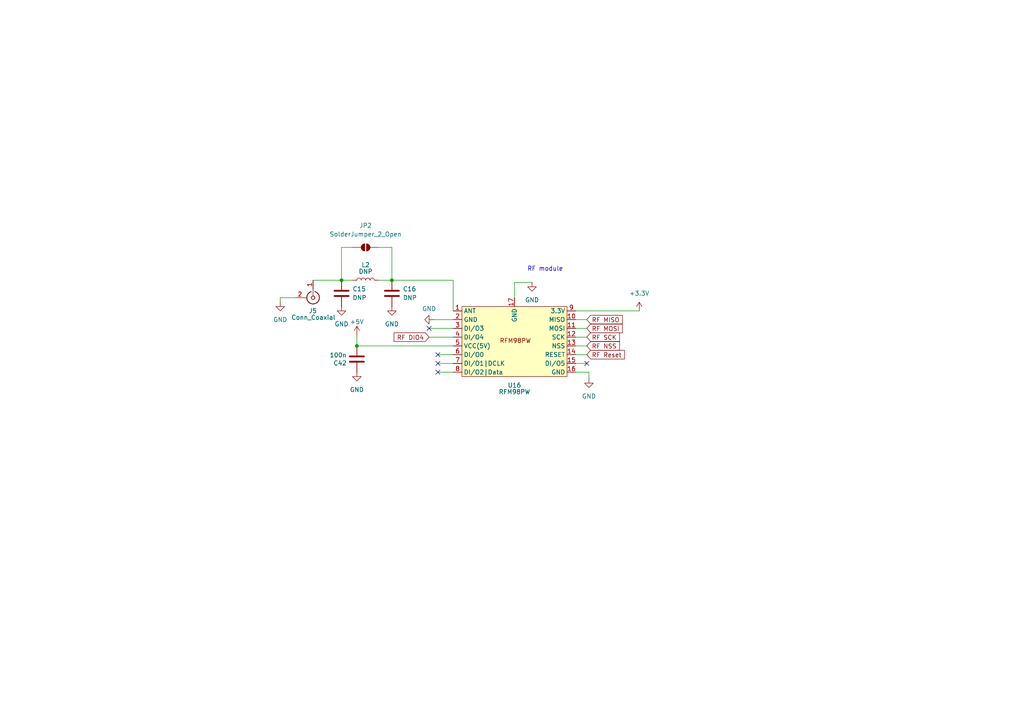
<source format=kicad_sch>
(kicad_sch (version 20250114) (generator "eeschema") (generator_version "9.0")
  (paper "A4")
  (lib_symbols
    (symbol "1my_symbol:RF_Module"
      (property "Reference" "U1" (at 23.876 4.318 0))
      (symbol "RF_Module_1_1"
        (rectangle (start -3.81 -5.08) (end 26.67 -25.4) (fill (type background)))
        (text "RFM98PW" (at 11.684 -14.986 0) (effects (font (size 1.27 1.27))))
        (pin bidirectional line (at -6.35 -6.35 0) (length 2.54) (name "ANT") (number "1"))
        (pin power_in line (at -6.35 -8.89 0) (length 2.54) (name "GND") (number "2"))
        (pin bidirectional line (at -6.35 -11.43 0) (length 2.54) (name "DI/O3") (number "3"))
        (pin bidirectional line (at -6.35 -13.97 0) (length 2.54) (name "DI/O4") (number "4"))
        (pin input line (at -6.35 -16.51 0) (length 2.54) (name "VCC(5V)") (number "5"))
        (pin bidirectional line (at -6.35 -19.05 0) (length 2.54) (name "DI/O0") (number "6"))
        (pin bidirectional line (at -6.35 -21.59 0) (length 2.54) (name "DI/O1|DCLK") (number "7"))
        (pin bidirectional line (at -6.35 -24.13 0) (length 2.54) (name "DI/O2|Data") (number "8"))
        (pin power_in line (at 11.43 -2.54 270) (length 2.54) (name "GND") (number "17"))
        (pin power_out line (at 29.21 -6.35 180) (length 2.54) (name "3.3V") (number "9"))
        (pin output line (at 29.21 -8.89 180) (length 2.54) (name "MISO") (number "10"))
        (pin input line (at 29.21 -11.43 180) (length 2.54) (name "MOSI") (number "11"))
        (pin input line (at 29.21 -13.97 180) (length 2.54) (name "SCK") (number "12"))
        (pin input line (at 29.21 -16.51 180) (length 2.54) (name "NSS") (number "13"))
        (pin bidirectional line (at 29.21 -19.05 180) (length 2.54) (name "RESET") (number "14"))
        (pin bidirectional line (at 29.21 -21.59 180) (length 2.54) (name "DI/O5") (number "15"))
        (pin power_in line (at 29.21 -24.13 180) (length 2.54) (name "GND") (number "16"))
      )
    )
    (symbol "Connector:Conn_Coaxial" (pin_names (offset 1.016) (hide yes))
      (property "Reference" "J" (at 0.254 3.048 0))
      (property "Value" "Conn_Coaxial" (at 2.921 0 90))
      (symbol "Conn_Coaxial_0_1"
        (polyline (pts (xy -2.54 0) (xy -0.508 0)))
        (arc (start 1.778 0) (mid 0.222 -1.8079) (end -1.778 -0.508) (stroke (width 0.254)))
        (arc (start -1.778 0.508) (mid 0.2221 1.8084) (end 1.778 0) (stroke (width 0.254)))
        (circle (center 0 0) (radius 0.508) (stroke (width 0.2032)))
        (polyline (pts (xy 0 -2.54) (xy 0 -1.778)))
      )
      (symbol "Conn_Coaxial_1_1"
        (pin passive line (at -5.08 0 0) (length 2.54) (name "In") (number "1"))
        (pin passive line (at 0 -5.08 90) (length 2.54) (name "Ext") (number "2"))
      )
    )
    (symbol "Device:C" (pin_numbers (hide yes)) (pin_names (offset 0.254))
      (property "Reference" "C" (at 0.635 2.54 0))
      (property "Value" "C" (at 0.635 -2.54 0))
      (symbol "C_0_1"
        (polyline (pts (xy -2.032 0.762) (xy 2.032 0.762)) (stroke (width 0.508)))
        (polyline (pts (xy -2.032 -0.762) (xy 2.032 -0.762)) (stroke (width 0.508)))
      )
      (symbol "C_1_1"
        (pin passive line (at 0 3.81 270) (length 2.794) (name "~") (number "1"))
        (pin passive line (at 0 -3.81 90) (length 2.794) (name "~") (number "2"))
      )
    )
    (symbol "Device:L" (pin_numbers (hide yes)) (pin_names (offset 1.016) (hide yes))
      (property "Reference" "L" (at -1.27 0 90))
      (property "Value" "L" (at 1.905 0 90))
      (symbol "L_0_1"
        (arc (start 0 2.54) (mid 0.6323 1.905) (end 0 1.27))
        (arc (start 0 1.27) (mid 0.6323 0.635) (end 0 0))
        (arc (start 0 0) (mid 0.6323 -0.635) (end 0 -1.27))
        (arc (start 0 -1.27) (mid 0.6323 -1.905) (end 0 -2.54))
      )
      (symbol "L_1_1"
        (pin passive line (at 0 3.81 270) (length 1.27) (name "1") (number "1"))
        (pin passive line (at 0 -3.81 90) (length 1.27) (name "2") (number "2"))
      )
    )
    (symbol "Jumper:SolderJumper_2_Open" (pin_numbers (hide yes)) (pin_names (offset 0) (hide yes)) (exclude_from_sim yes) (in_bom no)
      (property "Reference" "JP" (at 0 2.032 0))
      (property "Value" "SolderJumper_2_Open" (at 0 -2.54 0))
      (symbol "SolderJumper_2_Open_0_1"
        (polyline (pts (xy -0.254 1.016) (xy -0.254 -1.016)))
        (arc (start -0.254 -1.016) (mid -1.2656 0) (end -0.254 1.016))
        (arc (start -0.254 -1.016) (mid -1.2656 0) (end -0.254 1.016) (fill (type outline)))
        (arc (start 0.254 1.016) (mid 1.2656 0) (end 0.254 -1.016))
        (arc (start 0.254 1.016) (mid 1.2656 0) (end 0.254 -1.016) (fill (type outline)))
        (polyline (pts (xy 0.254 1.016) (xy 0.254 -1.016)))
      )
      (symbol "SolderJumper_2_Open_1_1"
        (pin passive line (at -3.81 0 0) (length 2.54) (name "A") (number "1"))
        (pin passive line (at 3.81 0 180) (length 2.54) (name "B") (number "2"))
      )
    )
    (symbol "power:+3.3V" (power) (pin_numbers (hide yes)) (pin_names (offset 0) (hide yes))
      (property "Value" "+3.3V" (at 0 3.556 0))
      (symbol "+3.3V_0_1"
        (polyline (pts (xy -0.762 1.27) (xy 0 2.54)))
        (polyline (pts (xy 0 2.54) (xy 0.762 1.27)))
        (polyline (pts (xy 0 0) (xy 0 2.54)))
      )
      (symbol "+3.3V_1_1"
        (pin power_in line (at 0 0 90) (length 0) (name "~") (number "1"))
      )
    )
    (symbol "power:+5V" (power) (pin_numbers (hide yes)) (pin_names (offset 0) (hide yes))
      (property "Value" "+5V" (at 0 3.556 0))
      (symbol "+5V_0_1"
        (polyline (pts (xy -0.762 1.27) (xy 0 2.54)))
        (polyline (pts (xy 0 2.54) (xy 0.762 1.27)))
        (polyline (pts (xy 0 0) (xy 0 2.54)))
      )
      (symbol "+5V_1_1"
        (pin power_in line (at 0 0 90) (length 0) (name "~") (number "1"))
      )
    )
    (symbol "power:GND" (power) (pin_numbers (hide yes)) (pin_names (offset 0) (hide yes))
      (property "Value" "GND" (at 0 -3.81 0))
      (symbol "GND_0_1"
        (polyline (pts (xy 0 0) (xy 0 -1.27) (xy 1.27 -1.27) (xy 0 -2.54) (xy -1.27 -1.27) (xy 0 -1.27)))
      )
      (symbol "GND_1_1"
        (pin power_in line (at 0 0 270) (length 0) (name "~") (number "1"))
      )
    )
  )
  (text "RF module" (at 158.115 78.105 0) (effects (font (size 1.27 1.27))))
  (junction (at 99.06 81.28))
  (junction (at 103.505 100.33))
  (junction (at 113.665 81.28))
  (no_connect (at 127 105.41))
  (no_connect (at 127 102.87))
  (no_connect (at 124.46 95.25))
  (no_connect (at 127 107.95))
  (no_connect (at 170.18 105.41))
  (wire (pts (xy 131.445 81.28) (xy 131.445 90.17)))
  (wire (pts (xy 127 105.41) (xy 131.445 105.41)))
  (wire (pts (xy 127 107.95) (xy 131.445 107.95)))
  (wire (pts (xy 81.28 86.36) (xy 85.725 86.36)))
  (wire (pts (xy 170.815 107.95) (xy 170.815 109.855)))
  (wire (pts (xy 167.005 107.95) (xy 170.815 107.95)))
  (wire (pts (xy 90.805 81.28) (xy 99.06 81.28)))
  (wire (pts (xy 167.005 105.41) (xy 170.18 105.41)))
  (wire (pts (xy 167.005 97.79) (xy 170.18 97.79)))
  (wire (pts (xy 125.73 92.71) (xy 131.445 92.71)))
  (wire (pts (xy 124.46 95.25) (xy 131.445 95.25)))
  (wire (pts (xy 167.005 92.71) (xy 170.18 92.71)))
  (wire (pts (xy 99.06 71.755) (xy 99.06 81.28)))
  (wire (pts (xy 113.665 71.755) (xy 113.665 81.28)))
  (wire (pts (xy 102.235 71.755) (xy 99.06 71.755)))
  (wire (pts (xy 167.005 100.33) (xy 170.18 100.33)))
  (wire (pts (xy 103.505 97.155) (xy 103.505 100.33)))
  (wire (pts (xy 167.005 90.17) (xy 185.42 90.17)))
  (wire (pts (xy 127 102.87) (xy 131.445 102.87)))
  (wire (pts (xy 149.225 86.36) (xy 149.225 81.915)))
  (wire (pts (xy 109.855 81.28) (xy 113.665 81.28)))
  (wire (pts (xy 167.005 95.25) (xy 170.18 95.25)))
  (wire (pts (xy 149.225 81.915) (xy 154.305 81.915)))
  (wire (pts (xy 167.005 102.87) (xy 170.18 102.87)))
  (wire (pts (xy 109.855 71.755) (xy 113.665 71.755)))
  (wire (pts (xy 99.06 81.28) (xy 102.235 81.28)))
  (wire (pts (xy 103.505 100.33) (xy 131.445 100.33)))
  (wire (pts (xy 113.665 81.28) (xy 131.445 81.28)))
  (wire (pts (xy 124.46 97.79) (xy 131.445 97.79)))
  (wire (pts (xy 81.28 87.63) (xy 81.28 86.36)))
  (global_label "RF NSS" (shape input) (at 170.18 100.33 0) (property "Intersheetrefs" "${INTERSHEET_REFS}" (effects (hide yes))))
  (global_label "RF SCK" (shape input) (at 170.18 97.79 0) (property "Intersheetrefs" "${INTERSHEET_REFS}" (effects (hide yes))))
  (global_label "RF DIO4" (shape input) (at 124.46 97.79 180) (property "Intersheetrefs" "${INTERSHEET_REFS}" (effects (hide yes))))
  (global_label "RF MOSI" (shape input) (at 170.18 95.25 0) (property "Intersheetrefs" "${INTERSHEET_REFS}" (effects (hide yes))))
  (global_label "RF MISO" (shape input) (at 170.18 92.71 0) (property "Intersheetrefs" "${INTERSHEET_REFS}" (effects (hide yes))))
  (global_label "RF Reset" (shape input) (at 170.18 102.87 0) (property "Intersheetrefs" "${INTERSHEET_REFS}" (effects (hide yes))))
  (symbol (lib_id "Device:C") (at 113.665 85.09 0) (unit 1)
    (property "Reference" "C16" (at 116.84 83.8199 0) (effects (justify left)))
    (property "Value" "DNP" (at 116.84 86.3599 0) (effects (justify left)))
    (property "Footprint" "Capacitor_SMD:C_0402_1005Metric" (effects (hide yes)))
    (property "Description" "Unpolarized capacitor" (effects (hide yes)))
  )
  (symbol (lib_id "power:+5V") (at 103.505 97.155 0) (unit 1)
    (property "Reference" "#PWR0103" (effects (hide yes)))
    (property "Value" "+5V" (at 103.505 93.345 0))
    (property "Description" "Power symbol creates a global label with name \"+5V\"" (effects (hide yes)))
  )
  (symbol (lib_id "power:+3.3V") (at 185.42 90.17 0) (unit 1)
    (property "Reference" "#PWR0109" (effects (hide yes)))
    (property "Value" "+3.3V" (at 185.42 85.09 0))
    (property "Description" "Power symbol creates a global label with name \"+3.3V\"" (effects (hide yes)))
  )
  (symbol (lib_id "power:GND") (at 154.305 81.915 0) (unit 1)
    (property "Reference" "#PWR0107" (effects (hide yes)))
    (property "Value" "GND" (at 154.305 86.995 0))
    (property "Description" "Power symbol creates a global label with name \"GND\" , ground" (effects (hide yes)))
  )
  (symbol (lib_id "power:GND") (at 125.73 92.71 270) (unit 1)
    (property "Reference" "#PWR0106" (effects (hide yes)))
    (property "Value" "GND" (at 124.46 89.535 90))
    (property "Description" "Power symbol creates a global label with name \"GND\" , ground" (effects (hide yes)))
  )
  (symbol (lib_id "power:GND") (at 81.28 87.63 0) (unit 1)
    (property "Reference" "#PWR0101" (effects (hide yes)))
    (property "Value" "GND" (at 81.28 92.71 0))
    (property "Description" "Power symbol creates a global label with name \"GND\" , ground" (effects (hide yes)))
  )
  (symbol (lib_id "1my_symbol:RF_Module") (at 137.795 83.82 0) (unit 1)
    (property "Reference" "U16" (at 149.225 111.76 0))
    (property "Value" "RFM98PW" (at 149.225 113.665 0))
    (property "Footprint" "1my_footprints:RFM98PW" (effects (hide yes)))
    (property "Datasheet" "https://www.hoperf.com/uploads/RFM98PW_RFM95PWRFTransmitterandReceiverModuleDatasheetREV1.1_1695351398.pdf" (effects (hide yes)))
    (property "Description" "RF Module :)" (effects (hide yes)))
  )
  (symbol (lib_id "Connector:Conn_Coaxial") (at 90.805 86.36 270) (unit 1)
    (property "Reference" "J5" (at 89.535 90.17 90) (effects (justify left)))
    (property "Value" "Conn_Coaxial" (at 84.455 92.075 90) (effects (justify left)))
    (property "Footprint" "Connector_Coaxial:MMCX_Molex_73415-1471_Vertical" (effects (hide yes)))
    (property "Description" "coaxial connector (BNC, SMA, SMB, SMC, Cinch/RCA, LEMO, ...)" (effects (hide yes)))
  )
  (symbol (lib_id "Device:C") (at 103.505 104.14 180) (unit 1)
    (property "Reference" "C42" (at 100.584 105.3084 0) (effects (justify left)))
    (property "Value" "100n" (at 100.584 102.997 0) (effects (justify left)))
    (property "Footprint" "Capacitor_SMD:C_0402_1005Metric" (effects (hide yes)))
  )
  (symbol (lib_id "power:GND") (at 113.665 88.9 0) (unit 1)
    (property "Reference" "#PWR0105" (effects (hide yes)))
    (property "Value" "GND" (at 113.665 93.98 0))
    (property "Description" "Power symbol creates a global label with name \"GND\" , ground" (effects (hide yes)))
  )
  (symbol (lib_id "Jumper:SolderJumper_2_Open") (at 106.045 71.755 0) (unit 1) (exclude_from_sim yes) (in_bom no)
    (property "Reference" "JP2" (at 106.045 65.405 0))
    (property "Value" "SolderJumper_2_Open" (at 106.045 67.945 0))
    (property "Footprint" "Jumper:SolderJumper-2_P1.3mm_Open_Pad1.0x1.5mm" (effects (hide yes)))
    (property "Description" "Solder Jumper, 2-pole, open" (effects (hide yes)))
  )
  (symbol (lib_id "Device:L") (at 106.045 81.28 90) (unit 1)
    (property "Reference" "L2" (at 106.045 76.835 90))
    (property "Value" "DNP" (at 106.045 78.74 90))
    (property "Footprint" "Inductor_SMD:L_0201_0603Metric" (effects (hide yes)))
    (property "Description" "Inductor" (effects (hide yes)))
  )
  (symbol (lib_id "power:GND") (at 170.815 109.855 0) (unit 1)
    (property "Reference" "#PWR0108" (effects (hide yes)))
    (property "Value" "GND" (at 170.815 114.935 0))
    (property "Description" "Power symbol creates a global label with name \"GND\" , ground" (effects (hide yes)))
  )
  (symbol (lib_id "Device:C") (at 99.06 85.09 0) (unit 1)
    (property "Reference" "C15" (at 102.235 83.8199 0) (effects (justify left)))
    (property "Value" "DNP" (at 102.235 86.3599 0) (effects (justify left)))
    (property "Footprint" "Capacitor_SMD:C_0402_1005Metric" (effects (hide yes)))
    (property "Description" "Unpolarized capacitor" (effects (hide yes)))
  )
  (symbol (lib_id "power:GND") (at 103.505 107.95 0) (unit 1)
    (property "Reference" "#PWR0104" (effects (hide yes)))
    (property "Value" "GND" (at 103.505 113.03 0))
    (property "Description" "Power symbol creates a global label with name \"GND\" , ground" (effects (hide yes)))
  )
  (symbol (lib_id "power:GND") (at 99.06 88.9 0) (unit 1)
    (property "Reference" "#PWR0102" (effects (hide yes)))
    (property "Value" "GND" (at 99.06 93.98 0))
    (property "Description" "Power symbol creates a global label with name \"GND\" , ground" (effects (hide yes)))
  )
)
</source>
